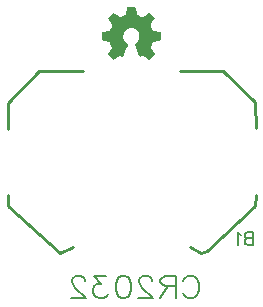
<source format=gbo>
G04 Layer: BottomSilkscreenLayer*
G04 EasyEDA v6.5.34, 2023-09-24 11:42:33*
G04 85920c42d4f548bdae791b01a5babccf,ed70181f279245e6aff80281ee7dc86a,10*
G04 Gerber Generator version 0.2*
G04 Scale: 100 percent, Rotated: No, Reflected: No *
G04 Dimensions in millimeters *
G04 leading zeros omitted , absolute positions ,4 integer and 5 decimal *
%FSLAX45Y45*%
%MOMM*%

%ADD10C,0.2032*%
%ADD11C,0.1524*%
%ADD12C,0.2540*%

%LPD*%
G36*
X5000396Y6316827D02*
G01*
X4982768Y6316675D01*
X4972507Y6315964D01*
X4967478Y6314490D01*
X4965649Y6311900D01*
X4963312Y6300978D01*
X4956149Y6262573D01*
X4953914Y6252006D01*
X4951831Y6249924D01*
X4947005Y6246876D01*
X4940249Y6243218D01*
X4932375Y6239357D01*
X4924247Y6235700D01*
X4916678Y6232601D01*
X4910429Y6230518D01*
X4906467Y6229705D01*
X4903216Y6231229D01*
X4896459Y6235242D01*
X4876139Y6248603D01*
X4848555Y6267450D01*
X4800142Y6219037D01*
X4828082Y6178600D01*
X4831232Y6173571D01*
X4833569Y6169152D01*
X4835042Y6165189D01*
X4835702Y6161379D01*
X4835601Y6157518D01*
X4834737Y6153302D01*
X4833112Y6148578D01*
X4827625Y6136538D01*
X4816449Y6113373D01*
X4751832Y6101943D01*
X4750765Y6060236D01*
X4750714Y6047028D01*
X4751222Y6042304D01*
X4752238Y6038646D01*
X4754016Y6035751D01*
X4756607Y6033566D01*
X4760214Y6031839D01*
X4764989Y6030417D01*
X4778705Y6027775D01*
X4815636Y6021222D01*
X4823155Y6003950D01*
X4828895Y5990082D01*
X4837125Y5969203D01*
X4799787Y5914948D01*
X4848098Y5866638D01*
X4882997Y5890564D01*
X4891684Y5896000D01*
X4898186Y5899708D01*
X4901539Y5901080D01*
X4903774Y5900623D01*
X4907280Y5899454D01*
X4920488Y5893511D01*
X4924298Y5892292D01*
X4927142Y5891885D01*
X4928666Y5892444D01*
X4934204Y5904941D01*
X4957724Y5961634D01*
X4968036Y5987288D01*
X4972304Y5998768D01*
X4971237Y6000546D01*
X4968189Y6003798D01*
X4953660Y6017056D01*
X4949596Y6021120D01*
X4945989Y6025134D01*
X4942840Y6029198D01*
X4940147Y6033262D01*
X4937861Y6037478D01*
X4935982Y6041796D01*
X4934508Y6046317D01*
X4933391Y6051042D01*
X4932578Y6055969D01*
X4932121Y6061252D01*
X4931968Y6066840D01*
X4932273Y6073444D01*
X4933137Y6079896D01*
X4934508Y6086144D01*
X4936439Y6092088D01*
X4938826Y6097778D01*
X4941722Y6103213D01*
X4945075Y6108293D01*
X4948885Y6113018D01*
X4953101Y6117437D01*
X4957724Y6121400D01*
X4962702Y6125006D01*
X4968087Y6128156D01*
X4973777Y6130848D01*
X4979771Y6133084D01*
X4986121Y6134760D01*
X4992725Y6135979D01*
X4999228Y6136487D01*
X5005781Y6136233D01*
X5012385Y6135217D01*
X5018887Y6133592D01*
X5025288Y6131255D01*
X5031536Y6128359D01*
X5037480Y6124854D01*
X5043068Y6120790D01*
X5048300Y6116269D01*
X5053076Y6111240D01*
X5057343Y6105753D01*
X5061000Y6099860D01*
X5065115Y6091682D01*
X5067604Y6084417D01*
X5068773Y6076645D01*
X5068976Y6066840D01*
X5068773Y6061202D01*
X5068316Y6055969D01*
X5067503Y6050991D01*
X5066334Y6046317D01*
X5064810Y6041796D01*
X5062880Y6037478D01*
X5060594Y6033262D01*
X5057851Y6029096D01*
X5054650Y6025032D01*
X5050993Y6020917D01*
X5046878Y6016752D01*
X5027625Y5999784D01*
X5060391Y5919317D01*
X5065928Y5906160D01*
X5069992Y5897727D01*
X5071618Y5894984D01*
X5073040Y5893104D01*
X5074412Y5892038D01*
X5075783Y5891580D01*
X5077155Y5891682D01*
X5080406Y5893104D01*
X5084673Y5895441D01*
X5093512Y5899454D01*
X5097018Y5900623D01*
X5099304Y5901080D01*
X5102656Y5899759D01*
X5109108Y5896051D01*
X5117744Y5890615D01*
X5152339Y5866841D01*
X5201158Y5914796D01*
X5163667Y5969203D01*
X5177637Y6003899D01*
X5185105Y6021019D01*
X5235397Y6030417D01*
X5240375Y6031890D01*
X5244134Y6033617D01*
X5246827Y6035802D01*
X5248605Y6038646D01*
X5249672Y6042304D01*
X5250129Y6046978D01*
X5250230Y6052820D01*
X5249011Y6101943D01*
X5184394Y6113272D01*
X5173167Y6136487D01*
X5167731Y6148578D01*
X5166106Y6153302D01*
X5165191Y6157518D01*
X5165090Y6161379D01*
X5165801Y6165189D01*
X5167274Y6169152D01*
X5169611Y6173571D01*
X5176774Y6184544D01*
X5200650Y6219037D01*
X5152288Y6267399D01*
X5113426Y6241237D01*
X5104079Y6235242D01*
X5097322Y6231229D01*
X5094173Y6229705D01*
X5090109Y6230467D01*
X5083911Y6232601D01*
X5076342Y6235649D01*
X5060543Y6243015D01*
X5053838Y6246672D01*
X5049062Y6249670D01*
X5046980Y6251803D01*
X5044694Y6262471D01*
X5037480Y6300978D01*
X5035143Y6311900D01*
X5033314Y6314490D01*
X5028336Y6315964D01*
X5018024Y6316675D01*
G37*
D10*
X5436755Y3994264D02*
G01*
X5445991Y4012737D01*
X5464464Y4031211D01*
X5482935Y4040446D01*
X5519882Y4040446D01*
X5538355Y4031211D01*
X5556826Y4012737D01*
X5566064Y3994264D01*
X5575300Y3966555D01*
X5575300Y3920375D01*
X5566064Y3892664D01*
X5556826Y3874193D01*
X5538355Y3855720D01*
X5519882Y3846484D01*
X5482935Y3846484D01*
X5464464Y3855720D01*
X5445991Y3874193D01*
X5436755Y3892664D01*
X5375795Y4040446D02*
G01*
X5375795Y3846484D01*
X5375795Y4040446D02*
G01*
X5292666Y4040446D01*
X5264957Y4031211D01*
X5255722Y4021975D01*
X5246484Y4003502D01*
X5246484Y3985028D01*
X5255722Y3966555D01*
X5264957Y3957320D01*
X5292666Y3948084D01*
X5375795Y3948084D01*
X5311140Y3948084D02*
G01*
X5246484Y3846484D01*
X5176288Y3994264D02*
G01*
X5176288Y4003502D01*
X5167053Y4021975D01*
X5157815Y4031211D01*
X5139344Y4040446D01*
X5102397Y4040446D01*
X5083924Y4031211D01*
X5074688Y4021975D01*
X5065453Y4003502D01*
X5065453Y3985028D01*
X5074688Y3966555D01*
X5093162Y3938846D01*
X5185524Y3846484D01*
X5056215Y3846484D01*
X4939837Y4040446D02*
G01*
X4967546Y4031211D01*
X4986020Y4003502D01*
X4995255Y3957320D01*
X4995255Y3929611D01*
X4986020Y3883428D01*
X4967546Y3855720D01*
X4939837Y3846484D01*
X4921364Y3846484D01*
X4893655Y3855720D01*
X4875184Y3883428D01*
X4865946Y3929611D01*
X4865946Y3957320D01*
X4875184Y4003502D01*
X4893655Y4031211D01*
X4921364Y4040446D01*
X4939837Y4040446D01*
X4786515Y4040446D02*
G01*
X4684915Y4040446D01*
X4740333Y3966555D01*
X4712624Y3966555D01*
X4694151Y3957320D01*
X4684915Y3948084D01*
X4675677Y3920375D01*
X4675677Y3901902D01*
X4684915Y3874193D01*
X4703386Y3855720D01*
X4731095Y3846484D01*
X4758804Y3846484D01*
X4786515Y3855720D01*
X4795751Y3864955D01*
X4804986Y3883428D01*
X4605482Y3994264D02*
G01*
X4605482Y4003502D01*
X4596244Y4021975D01*
X4587008Y4031211D01*
X4568535Y4040446D01*
X4531591Y4040446D01*
X4513117Y4031211D01*
X4503882Y4021975D01*
X4494644Y4003502D01*
X4494644Y3985028D01*
X4503882Y3966555D01*
X4522355Y3938846D01*
X4614717Y3846484D01*
X4485408Y3846484D01*
D11*
X6032500Y4407915D02*
G01*
X6032500Y4298950D01*
X6032500Y4407915D02*
G01*
X5985763Y4407915D01*
X5970270Y4402836D01*
X5964936Y4397502D01*
X5959856Y4387087D01*
X5959856Y4376673D01*
X5964936Y4366260D01*
X5970270Y4361179D01*
X5985763Y4356100D01*
X6032500Y4356100D02*
G01*
X5985763Y4356100D01*
X5970270Y4350765D01*
X5964936Y4345686D01*
X5959856Y4335271D01*
X5959856Y4319523D01*
X5964936Y4309110D01*
X5970270Y4304029D01*
X5985763Y4298950D01*
X6032500Y4298950D01*
X5925565Y4387087D02*
G01*
X5915152Y4392421D01*
X5899404Y4407915D01*
X5899404Y4298950D01*
D12*
X4588931Y5775474D02*
G01*
X4217001Y5770031D01*
X3953931Y5497888D01*
X3953931Y5283804D01*
X6052139Y5291127D02*
G01*
X6050869Y5509567D01*
X5774009Y5773727D01*
X5415267Y5773727D01*
X5497657Y4283806D02*
G01*
X5592579Y4229227D01*
X5638299Y4248277D01*
X6051049Y4630546D01*
X6053589Y4719446D01*
X3954912Y4720686D02*
G01*
X3954912Y4633442D01*
X4395602Y4232122D01*
X4509902Y4279112D01*
M02*

</source>
